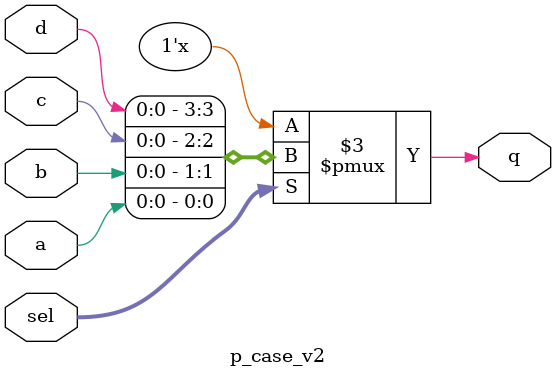
<source format=sv>
module p_case_v2
(
  input logic a, b, c, d,
  input logic [3 : 0] sel,
  output logic q
);
  always_comb begin
    (* parallel_case *)
    casez (sel)
      4'b1???: q = d;
      4'b?1??: q = c;
      4'b??1?: q = b;
      4'b???1: q = a;
      default: q = 'x;
    endcase
  end
endmodule

</source>
